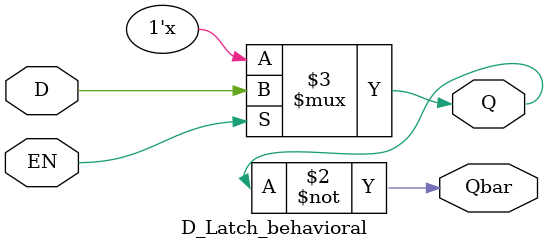
<source format=v>
module D_Latch_behavioral(
  input D, EN,
  output reg Q,
  output Qbar
);
  always @(*) begin
    if(EN) begin
      Q <= D;
    end
  end
  assign Qbar = ~Q;
endmodule

</source>
